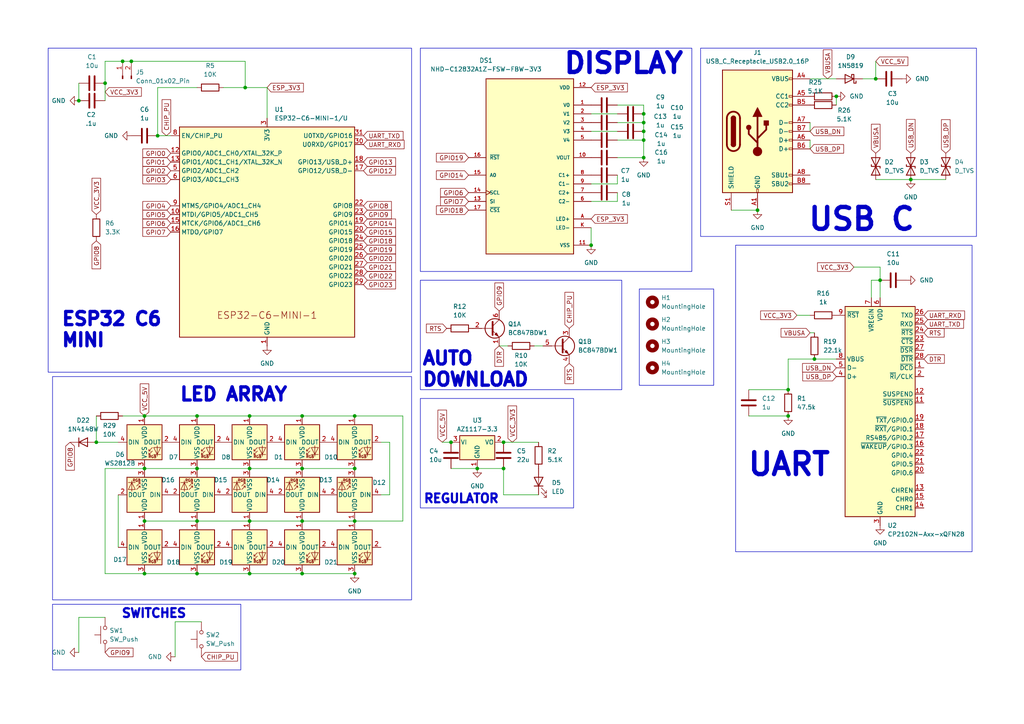
<source format=kicad_sch>
(kicad_sch (version 20250114) (generator "eeschema") (generator_version "9.0")
  (paper "A4")
  (title_block (title "heartToHeart") (date "2025-06-03") (rev "V1") (company "Alexander Roller"))
  (rectangle (start 15.24 109.22) (end 119.38 173.99))
  (rectangle (start 121.92 13.97) (end 200.66 78.74))
  (rectangle (start 15.24 175.26) (end 69.85 194.31))
  (rectangle (start 185.42 83.82) (end 207.01 111.76))
  (rectangle (start 121.92 81.28) (end 180.34 113.03))
  (rectangle (start 203.2 13.97) (end 283.21 68.58))
  (rectangle (start 13.97 13.97) (end 119.38 107.95))
  (rectangle (start 213.36 71.12) (end 281.94 160.02))
  (rectangle (start 121.92 115.57) (end 166.37 147.32))
  (text "LED ARRAY" (at 51.816 114.554 0) (effects (font (size 3.81 3.81) (thickness 1.27) (bold yes)) (justify left)))
  (text "ESP32 C6\nMINI\n" (at 17.526 95.758 0) (effects (font (size 3.81 3.81) (thickness 1.27) (bold yes)) (justify left)))
  (text "UART" (at 216.408 134.874 0) (effects (font (size 6.35 6.35) (thickness 1.27) (bold yes)) (justify left)))
  (text "REGULATOR" (at 122.682 144.78 0) (effects (font (size 2.54 2.54) (thickness 1.27) (bold yes)) (justify left)))
  (text "SWITCHES\n" (at 35.052 178.054 0) (effects (font (size 2.54 2.54) (thickness 1.27) (bold yes)) (justify left)))
  (text "DISPLAY\n" (at 163.068 18.542 0) (effects (font (size 5.715 5.715) (thickness 1.27) (bold yes)) (justify left)))
  (text "AUTO\nDOWNLOAD" (at 122.174 107.188 0) (effects (font (size 3.81 3.81) (thickness 1.27) (bold yes)) (justify left)))
  (text "USB C" (at 233.934 63.754 0) (effects (font (size 6.35 6.35) (thickness 1.27) (bold yes)) (justify left)))
  (junction (at 87.63 135.89))
  (junction (at 186.69 45.72))
  (junction (at 138.43 135.89))
  (junction (at 102.87 120.65))
  (junction (at 72.39 120.65))
  (junction (at 41.91 166.37))
  (junction (at 57.15 120.65))
  (junction (at 87.63 166.37))
  (junction (at 228.6 113.03))
  (junction (at 72.39 166.37))
  (junction (at 57.15 166.37))
  (junction (at 146.05 135.89))
  (junction (at 72.39 135.89))
  (junction (at 146.05 128.27))
  (junction (at 219.71 60.96))
  (junction (at 41.91 120.65))
  (junction (at 242.57 27.94))
  (junction (at 41.91 135.89))
  (junction (at 186.69 33.02))
  (junction (at 186.69 40.64))
  (junction (at 102.87 166.37))
  (junction (at 228.6 120.65))
  (junction (at 27.94 128.27))
  (junction (at 186.69 38.1))
  (junction (at 87.63 151.13))
  (junction (at 255.27 81.28))
  (junction (at 102.87 151.13))
  (junction (at 35.56 17.78))
  (junction (at 41.91 151.13))
  (junction (at 30.48 24.13))
  (junction (at 130.81 128.27))
  (junction (at 102.87 135.89))
  (junction (at 57.15 135.89))
  (junction (at 22.86 29.21))
  (junction (at 236.22 104.14))
  (junction (at 71.12 25.4))
  (junction (at 171.45 71.12))
  (junction (at 72.39 151.13))
  (junction (at 264.16 52.07))
  (junction (at 57.15 151.13))
  (junction (at 254 22.86))
  (junction (at 87.63 120.65))
  (junction (at 186.69 35.56))
  (junction (at 38.1 17.78))
  (junction (at 45.72 39.37))
  (wire (pts (xy 34.29 128.27) (xy 27.94 128.27)))
  (wire (pts (xy 146.05 128.27) (xy 156.21 128.27)))
  (wire (pts (xy 154.94 100.33) (xy 157.48 100.33)))
  (wire (pts (xy 146.05 143.51) (xy 146.05 135.89)))
  (wire (pts (xy 156.21 143.51) (xy 146.05 143.51)))
  (wire (pts (xy 171.45 58.42) (xy 179.07 58.42)))
  (wire (pts (xy 71.12 25.4) (xy 77.47 25.4)))
  (wire (pts (xy 234.95 40.64) (xy 234.95 43.18)))
  (wire (pts (xy 234.95 22.86) (xy 242.57 22.86)))
  (wire (pts (xy 102.87 120.65) (xy 116.84 120.65)))
  (wire (pts (xy 27.94 128.27) (xy 27.94 120.65)))
  (wire (pts (xy 255.27 77.47) (xy 255.27 81.28)))
  (wire (pts (xy 186.69 35.56) (xy 186.69 38.1)))
  (wire (pts (xy 116.84 151.13) (xy 102.87 151.13)))
  (wire (pts (xy 186.69 30.48) (xy 186.69 33.02)))
  (wire (pts (xy 116.84 120.65) (xy 116.84 151.13)))
  (wire (pts (xy 228.6 113.03) (xy 228.6 104.14)))
  (wire (pts (xy 50.8 180.34) (xy 58.42 180.34)))
  (wire (pts (xy 64.77 25.4) (xy 71.12 25.4)))
  (wire (pts (xy 57.15 151.13) (xy 72.39 151.13)))
  (wire (pts (xy 71.12 17.78) (xy 71.12 25.4)))
  (wire (pts (xy 234.95 96.52) (xy 236.22 96.52)))
  (wire (pts (xy 87.63 166.37) (xy 72.39 166.37)))
  (wire (pts (xy 77.47 25.4) (xy 77.47 34.29)))
  (wire (pts (xy 179.07 40.64) (xy 186.69 40.64)))
  (wire (pts (xy 234.95 35.56) (xy 234.95 38.1)))
  (wire (pts (xy 217.17 113.03) (xy 228.6 113.03)))
  (wire (pts (xy 144.78 100.33) (xy 147.32 100.33)))
  (wire (pts (xy 212.09 60.96) (xy 219.71 60.96)))
  (wire (pts (xy 72.39 120.65) (xy 87.63 120.65)))
  (wire (pts (xy 228.6 104.14) (xy 236.22 104.14)))
  (wire (pts (xy 41.91 135.89) (xy 57.15 135.89)))
  (wire (pts (xy 30.48 135.89) (xy 41.91 135.89)))
  (wire (pts (xy 179.07 35.56) (xy 186.69 35.56)))
  (wire (pts (xy 186.69 40.64) (xy 186.69 38.1)))
  (wire (pts (xy 254 22.86) (xy 254 17.78)))
  (wire (pts (xy 45.72 25.4) (xy 45.72 39.37)))
  (wire (pts (xy 35.56 17.78) (xy 30.48 17.78)))
  (wire (pts (xy 45.72 39.37) (xy 49.53 39.37)))
  (wire (pts (xy 179.07 53.34) (xy 179.07 50.8)))
  (wire (pts (xy 171.45 53.34) (xy 179.07 53.34)))
  (wire (pts (xy 87.63 135.89) (xy 102.87 135.89)))
  (wire (pts (xy 231.14 91.44) (xy 234.95 91.44)))
  (wire (pts (xy 252.73 81.28) (xy 255.27 81.28)))
  (wire (pts (xy 254 52.07) (xy 264.16 52.07)))
  (wire (pts (xy 35.56 120.65) (xy 41.91 120.65)))
  (wire (pts (xy 22.86 24.13) (xy 22.86 29.21)))
  (wire (pts (xy 87.63 151.13) (xy 102.87 151.13)))
  (wire (pts (xy 236.22 104.14) (xy 242.57 104.14)))
  (wire (pts (xy 34.29 143.51) (xy 34.29 158.75)))
  (wire (pts (xy 247.65 77.47) (xy 255.27 77.47)))
  (wire (pts (xy 128.27 128.27) (xy 130.81 128.27)))
  (wire (pts (xy 72.39 135.89) (xy 87.63 135.89)))
  (wire (pts (xy 179.07 30.48) (xy 186.69 30.48)))
  (wire (pts (xy 171.45 38.1) (xy 179.07 38.1)))
  (wire (pts (xy 186.69 45.72) (xy 186.69 40.64)))
  (wire (pts (xy 138.43 135.89) (xy 146.05 135.89)))
  (wire (pts (xy 57.15 135.89) (xy 72.39 135.89)))
  (wire (pts (xy 41.91 151.13) (xy 57.15 151.13)))
  (wire (pts (xy 57.15 120.65) (xy 72.39 120.65)))
  (wire (pts (xy 110.49 143.51) (xy 113.03 143.51)))
  (wire (pts (xy 30.48 166.37) (xy 30.48 135.89)))
  (wire (pts (xy 171.45 33.02) (xy 179.07 33.02)))
  (wire (pts (xy 242.57 27.94) (xy 242.57 30.48)))
  (wire (pts (xy 255.27 81.28) (xy 255.27 86.36)))
  (wire (pts (xy 57.15 25.4) (xy 45.72 25.4)))
  (wire (pts (xy 250.19 22.86) (xy 254 22.86)))
  (wire (pts (xy 22.86 179.07) (xy 30.48 179.07)))
  (wire (pts (xy 57.15 166.37) (xy 41.91 166.37)))
  (wire (pts (xy 171.45 66.04) (xy 171.45 71.12)))
  (wire (pts (xy 22.86 189.23) (xy 22.86 179.07)))
  (wire (pts (xy 113.03 143.51) (xy 113.03 128.27)))
  (wire (pts (xy 72.39 166.37) (xy 57.15 166.37)))
  (wire (pts (xy 30.48 17.78) (xy 30.48 24.13)))
  (wire (pts (xy 50.8 190.5) (xy 50.8 180.34)))
  (wire (pts (xy 30.48 24.13) (xy 30.48 29.21)))
  (wire (pts (xy 264.16 52.07) (xy 274.32 52.07)))
  (wire (pts (xy 179.07 58.42) (xy 179.07 55.88)))
  (wire (pts (xy 41.91 120.65) (xy 57.15 120.65)))
  (wire (pts (xy 130.81 135.89) (xy 138.43 135.89)))
  (wire (pts (xy 38.1 17.78) (xy 71.12 17.78)))
  (wire (pts (xy 113.03 128.27) (xy 110.49 128.27)))
  (wire (pts (xy 41.91 166.37) (xy 30.48 166.37)))
  (wire (pts (xy 179.07 45.72) (xy 186.69 45.72)))
  (wire (pts (xy 217.17 120.65) (xy 228.6 120.65)))
  (wire (pts (xy 186.69 33.02) (xy 186.69 35.56)))
  (wire (pts (xy 72.39 151.13) (xy 87.63 151.13)))
  (wire (pts (xy 87.63 120.65) (xy 102.87 120.65)))
  (wire (pts (xy 102.87 166.37) (xy 87.63 166.37)))
  (wire (pts (xy 35.56 17.78) (xy 38.1 17.78)))
  (wire (pts (xy 252.73 86.36) (xy 252.73 81.28)))
  (global_label "GPIO21" (shape input) (at 105.41 77.47 0) (property "Intersheetrefs" "${INTERSHEET_REFS}" (effects (hide yes))))
  (global_label "GPIO13" (shape input) (at 105.41 46.99 0) (property "Intersheetrefs" "${INTERSHEET_REFS}" (effects (hide yes))))
  (global_label "UART_TXD" (shape input) (at 105.41 39.37 0) (property "Intersheetrefs" "${INTERSHEET_REFS}" (effects (hide yes))))
  (global_label "GPIO9" (shape input) (at 105.41 62.23 0) (property "Intersheetrefs" "${INTERSHEET_REFS}" (effects (hide yes))))
  (global_label "VBUSA" (shape input) (at 234.95 96.52 180) (property "Intersheetrefs" "${INTERSHEET_REFS}" (effects (hide yes))))
  (global_label "GPIO18" (shape input) (at 105.41 69.85 0) (property "Intersheetrefs" "${INTERSHEET_REFS}" (effects (hide yes))))
  (global_label "GPIO3" (shape input) (at 49.53 52.07 180) (property "Intersheetrefs" "${INTERSHEET_REFS}" (effects (hide yes))))
  (global_label "GPIO22" (shape input) (at 105.41 80.01 0) (property "Intersheetrefs" "${INTERSHEET_REFS}" (effects (hide yes))))
  (global_label "ESP_3V3" (shape input) (at 171.45 25.4 0) (property "Intersheetrefs" "${INTERSHEET_REFS}" (effects (hide yes))))
  (global_label "DTR" (shape input) (at 144.78 100.33 270) (property "Intersheetrefs" "${INTERSHEET_REFS}" (effects (hide yes))))
  (global_label "GPIO20" (shape input) (at 105.41 74.93 0) (property "Intersheetrefs" "${INTERSHEET_REFS}" (effects (hide yes))))
  (global_label "VCC_3V3" (shape input) (at 247.65 77.47 180) (property "Intersheetrefs" "${INTERSHEET_REFS}" (effects (hide yes))))
  (global_label "USB_DP" (shape input) (at 234.95 43.18 0) (property "Intersheetrefs" "${INTERSHEET_REFS}" (effects (hide yes))))
  (global_label "GPIO19" (shape input) (at 135.89 45.72 180) (property "Intersheetrefs" "${INTERSHEET_REFS}" (effects (hide yes))))
  (global_label "GPIO6" (shape input) (at 135.89 55.88 180) (property "Intersheetrefs" "${INTERSHEET_REFS}" (effects (hide yes))))
  (global_label "VCC_3V3" (shape input) (at 30.48 26.67 0) (property "Intersheetrefs" "${INTERSHEET_REFS}" (effects (hide yes))))
  (global_label "GPIO14" (shape input) (at 105.41 64.77 0) (property "Intersheetrefs" "${INTERSHEET_REFS}" (effects (hide yes))))
  (global_label "USB_DN" (shape input) (at 234.95 38.1 0) (property "Intersheetrefs" "${INTERSHEET_REFS}" (effects (hide yes))))
  (global_label "GPIO19" (shape input) (at 105.41 72.39 0) (property "Intersheetrefs" "${INTERSHEET_REFS}" (effects (hide yes))))
  (global_label "GPIO12" (shape input) (at 105.41 49.53 0) (property "Intersheetrefs" "${INTERSHEET_REFS}" (effects (hide yes))))
  (global_label "CHIP_PU" (shape input) (at 58.42 190.5 0) (property "Intersheetrefs" "${INTERSHEET_REFS}" (effects (hide yes))))
  (global_label "USB_DP" (shape input) (at 274.32 44.45 90) (property "Intersheetrefs" "${INTERSHEET_REFS}" (effects (hide yes))))
  (global_label "CHIP_PU" (shape input) (at 48.26 39.37 90) (property "Intersheetrefs" "${INTERSHEET_REFS}" (effects (hide yes))))
  (global_label "GPIO4" (shape input) (at 49.53 59.69 180) (property "Intersheetrefs" "${INTERSHEET_REFS}" (effects (hide yes))))
  (global_label "VBUSA" (shape input) (at 254 44.45 90) (property "Intersheetrefs" "${INTERSHEET_REFS}" (effects (hide yes))))
  (global_label "ESP_3V3" (shape input) (at 171.45 63.5 0) (property "Intersheetrefs" "${INTERSHEET_REFS}" (effects (hide yes))))
  (global_label "GPIO8" (shape input) (at 20.32 128.27 270) (property "Intersheetrefs" "${INTERSHEET_REFS}" (effects (hide yes))))
  (global_label "CHIP_PU" (shape input) (at 165.1 95.25 90) (property "Intersheetrefs" "${INTERSHEET_REFS}" (effects (hide yes))))
  (global_label "VCC_3V3" (shape input) (at 27.94 62.23 90) (property "Intersheetrefs" "${INTERSHEET_REFS}" (effects (hide yes))))
  (global_label "GPIO5" (shape input) (at 49.53 62.23 180) (property "Intersheetrefs" "${INTERSHEET_REFS}" (effects (hide yes))))
  (global_label "GPIO14" (shape input) (at 135.89 50.8 180) (property "Intersheetrefs" "${INTERSHEET_REFS}" (effects (hide yes))))
  (global_label "RTS" (shape input) (at 267.97 96.52 0) (property "Intersheetrefs" "${INTERSHEET_REFS}" (effects (hide yes))))
  (global_label "GPIO23" (shape input) (at 105.41 82.55 0) (property "Intersheetrefs" "${INTERSHEET_REFS}" (effects (hide yes))))
  (global_label "GPIO7" (shape input) (at 49.53 67.31 180) (property "Intersheetrefs" "${INTERSHEET_REFS}" (effects (hide yes))))
  (global_label "UART_TXD" (shape input) (at 267.97 93.98 0) (property "Intersheetrefs" "${INTERSHEET_REFS}" (effects (hide yes))))
  (global_label "RTS" (shape input) (at 129.54 95.25 180) (property "Intersheetrefs" "${INTERSHEET_REFS}" (effects (hide yes))))
  (global_label "GPIO2" (shape input) (at 49.53 49.53 180) (property "Intersheetrefs" "${INTERSHEET_REFS}" (effects (hide yes))))
  (global_label "DTR" (shape input) (at 267.97 104.14 0) (property "Intersheetrefs" "${INTERSHEET_REFS}" (effects (hide yes))))
  (global_label "GPIO7" (shape input) (at 135.89 58.42 180) (property "Intersheetrefs" "${INTERSHEET_REFS}" (effects (hide yes))))
  (global_label "VCC_3V3" (shape input) (at 231.14 91.44 180) (property "Intersheetrefs" "${INTERSHEET_REFS}" (effects (hide yes))))
  (global_label "GPIO18" (shape input) (at 135.89 60.96 180) (property "Intersheetrefs" "${INTERSHEET_REFS}" (effects (hide yes))))
  (global_label "GPIO9" (shape input) (at 144.78 90.17 90) (property "Intersheetrefs" "${INTERSHEET_REFS}" (effects (hide yes))))
  (global_label "GPIO1" (shape input) (at 49.53 46.99 180) (property "Intersheetrefs" "${INTERSHEET_REFS}" (effects (hide yes))))
  (global_label "UART_RXD" (shape input) (at 267.97 91.44 0) (property "Intersheetrefs" "${INTERSHEET_REFS}" (effects (hide yes))))
  (global_label "VCC_5V" (shape input) (at 128.27 128.27 90) (property "Intersheetrefs" "${INTERSHEET_REFS}" (effects (hide yes))))
  (global_label "GPIO8" (shape input) (at 105.41 59.69 0) (property "Intersheetrefs" "${INTERSHEET_REFS}" (effects (hide yes))))
  (global_label "ESP_3V3" (shape input) (at 77.47 25.4 0) (property "Intersheetrefs" "${INTERSHEET_REFS}" (effects (hide yes))))
  (global_label "VCC_3V3" (shape input) (at 148.59 128.27 90) (property "Intersheetrefs" "${INTERSHEET_REFS}" (effects (hide yes))))
  (global_label "RTS" (shape input) (at 165.1 105.41 270) (property "Intersheetrefs" "${INTERSHEET_REFS}" (effects (hide yes))))
  (global_label "VBUSA" (shape input) (at 240.03 22.86 90) (property "Intersheetrefs" "${INTERSHEET_REFS}" (effects (hide yes))))
  (global_label "GPIO8" (shape input) (at 27.94 69.85 270) (property "Intersheetrefs" "${INTERSHEET_REFS}" (effects (hide yes))))
  (global_label "VCC_5V" (shape input) (at 41.91 120.65 90) (property "Intersheetrefs" "${INTERSHEET_REFS}" (effects (hide yes))))
  (global_label "USB_DP" (shape input) (at 242.57 109.22 180) (property "Intersheetrefs" "${INTERSHEET_REFS}" (effects (hide yes))))
  (global_label "GPIO0" (shape input) (at 49.53 44.45 180) (property "Intersheetrefs" "${INTERSHEET_REFS}" (effects (hide yes))))
  (global_label "GPIO9" (shape input) (at 30.48 189.23 0) (property "Intersheetrefs" "${INTERSHEET_REFS}" (effects (hide yes))))
  (global_label "GPIO6" (shape input) (at 49.53 64.77 180) (property "Intersheetrefs" "${INTERSHEET_REFS}" (effects (hide yes))))
  (global_label "VCC_5V" (shape input) (at 254 17.78 0) (property "Intersheetrefs" "${INTERSHEET_REFS}" (effects (hide yes))))
  (global_label "UART_RXD" (shape input) (at 105.41 41.91 0) (property "Intersheetrefs" "${INTERSHEET_REFS}" (effects (hide yes))))
  (global_label "USB_DN" (shape input) (at 242.57 106.68 180) (property "Intersheetrefs" "${INTERSHEET_REFS}" (effects (hide yes))))
  (global_label "GPIO15" (shape input) (at 105.41 67.31 0) (property "Intersheetrefs" "${INTERSHEET_REFS}" (effects (hide yes))))
  (global_label "USB_DN" (shape input) (at 264.16 44.45 90) (property "Intersheetrefs" "${INTERSHEET_REFS}" (effects (hide yes))))
  (symbol (lib_id "LED:WS2812B") (at 57.15 143.51 180) (unit 1)
    (property "Reference" "D15" (at 64.008 139.192 0))
    (property "Value" "WS2812B" (effects (hide yes)))
    (property "Footprint" "LED_SMD:LED_WS2812B_PLCC4_5.0x5.0mm_P3.2mm" (effects (hide yes)))
    (property "Datasheet" "https://cdn-shop.adafruit.com/datasheets/WS2812B.pdf" (effects (hide yes)))
    (property "Description" "RGB LED with integrated controller" (effects (hide yes)))
  )
  (symbol (lib_id "power:GND") (at 50.8 190.5 270) (unit 1)
    (property "Reference" "#PWR011" (effects (hide yes)))
    (property "Value" "GND" (at 46.99 190.4999 90) (effects (justify right)))
    (property "Description" "Power symbol creates a global label with name \"GND\" , ground" (effects (hide yes)))
  )
  (symbol (lib_id "LED:WS2812B") (at 102.87 158.75 0) (unit 1)
    (property "Reference" "D21" (at 96.012 163.068 0))
    (property "Value" "WS2812B" (effects (hide yes)))
    (property "Footprint" "LED_SMD:LED_WS2812B_PLCC4_5.0x5.0mm_P3.2mm" (effects (hide yes)))
    (property "Datasheet" "https://cdn-shop.adafruit.com/datasheets/WS2812B.pdf" (effects (hide yes)))
    (property "Description" "RGB LED with integrated controller" (effects (hide yes)))
  )
  (symbol (lib_id "power:GND") (at 102.87 166.37 0) (unit 1)
    (property "Reference" "#PWR04" (effects (hide yes)))
    (property "Value" "GND" (at 102.87 171.45 0))
    (property "Description" "Power symbol creates a global label with name \"GND\" , ground" (effects (hide yes)))
  )
  (symbol (lib_id "Diode:1N5819") (at 246.38 22.86 180) (unit 1)
    (property "Reference" "D9" (at 246.6975 16.51 0))
    (property "Value" "1N5819" (at 246.6975 19.05 0))
    (property "Footprint" "Diode_SMD:D_SOD-123" (effects (hide yes)))
    (property "Datasheet" "http://www.vishay.com/docs/88525/1n5817.pdf" (effects (hide yes)))
    (property "Description" "40V 1A Schottky Barrier Rectifier Diode, DO-41" (effects (hide yes)))
  )
  (symbol (lib_id "Device:D_TVS") (at 264.16 48.26 90) (unit 1)
    (property "Reference" "D3" (at 266.7 46.9899 90) (effects (justify right)))
    (property "Value" "D_TVS" (at 266.7 49.5299 90) (effects (justify right)))
    (property "Footprint" "Diode_SMD:D_SOD-523" (effects (hide yes)))
    (property "Description" "Bidirectional transient-voltage-suppression diode" (effects (hide yes)))
  )
  (symbol (lib_id "power:GND") (at 261.62 22.86 90) (unit 1)
    (property "Reference" "#PWR06" (effects (hide yes)))
    (property "Value" "GND" (at 265.43 22.8599 90) (effects (justify right)))
    (property "Description" "Power symbol creates a global label with name \"GND\" , ground" (effects (hide yes)))
  )
  (symbol (lib_id "Device:D_TVS") (at 274.32 48.26 90) (unit 1)
    (property "Reference" "D4" (at 276.86 46.9899 90) (effects (justify right)))
    (property "Value" "D_TVS" (at 276.86 49.5299 90) (effects (justify right)))
    (property "Footprint" "Diode_SMD:D_SOD-523" (effects (hide yes)))
    (property "Description" "Bidirectional transient-voltage-suppression diode" (effects (hide yes)))
  )
  (symbol (lib_id "Mechanical:MountingHole") (at 189.23 93.98 0) (unit 1) (in_bom no)
    (property "Reference" "H2" (at 191.77 92.7099 0) (effects (justify left)))
    (property "Value" "MountingHole" (at 191.77 95.2499 0) (effects (justify left)))
    (property "Footprint" "MountingHole:MountingHole_2.5mm" (effects (hide yes)))
    (property "Description" "Mounting Hole without connection" (effects (hide yes)))
  )
  (symbol (lib_id "LED:WS2812B") (at 41.91 143.51 180) (unit 1)
    (property "Reference" "D16" (at 48.768 139.192 0))
    (property "Value" "WS2812B" (effects (hide yes)))
    (property "Footprint" "LED_SMD:LED_WS2812B_PLCC4_5.0x5.0mm_P3.2mm" (effects (hide yes)))
    (property "Datasheet" "https://cdn-shop.adafruit.com/datasheets/WS2812B.pdf" (effects (hide yes)))
    (property "Description" "RGB LED with integrated controller" (effects (hide yes)))
  )
  (symbol (lib_id "Device:C") (at 217.17 116.84 180) (unit 1)
    (property "Reference" "C12" (at 220.98 115.5699 0) (effects (justify right)))
    (property "Value" "1u" (at 220.98 118.1099 0) (effects (justify right)))
    (property "Footprint" "Capacitor_SMD:C_0805_2012Metric_Pad1.18x1.45mm_HandSolder" (effects (hide yes)))
    (property "Description" "Unpolarized capacitor" (effects (hide yes)))
  )
  (symbol (lib_id "Device:R") (at 236.22 100.33 0) (unit 1)
    (property "Reference" "R19" (at 238.76 99.0599 0) (effects (justify left)))
    (property "Value" "22.1k" (at 238.76 101.5999 0) (effects (justify left)))
    (property "Footprint" "Resistor_SMD:R_0805_2012Metric_Pad1.20x1.40mm_HandSolder" (effects (hide yes)))
    (property "Description" "Resistor" (effects (hide yes)))
  )
  (symbol (lib_id "Device:C") (at 182.88 38.1 90) (unit 1)
    (property "Reference" "C15" (at 196.342 36.83 90))
    (property "Value" "1u" (at 196.342 39.37 90))
    (property "Footprint" "Capacitor_SMD:C_0805_2012Metric_Pad1.18x1.45mm_HandSolder" (effects (hide yes)))
    (property "Description" "Unpolarized capacitor" (effects (hide yes)))
  )
  (symbol (lib_id "power:GND") (at 171.45 71.12 0) (unit 1)
    (property "Reference" "#PWR016" (effects (hide yes)))
    (property "Value" "GND" (at 171.45 76.2 0))
    (property "Description" "Power symbol creates a global label with name \"GND\" , ground" (effects (hide yes)))
  )
  (symbol (lib_id "power:GND") (at 264.16 52.07 0) (unit 1)
    (property "Reference" "#PWR08" (effects (hide yes)))
    (property "Value" "GND" (at 264.16 57.15 0))
    (property "Description" "Power symbol creates a global label with name \"GND\" , ground" (effects (hide yes)))
  )
  (symbol (lib_id "NHD-C12832A1Z-FSW-FBW-3V3:NHD-C12832A1Z-FSW-FBW-3V3") (at 153.67 48.26 0) (unit 1)
    (property "Reference" "DS1" (at 140.97 17.526 0))
    (property "Value" "NHD-C12832A1Z-FSW-FBW-3V3" (at 140.97 20.066 0))
    (property "Footprint" "Display:NHD-C12832A1Z-FSRGB" (effects (hide yes)))
    (property "DigiKey_Part_Number" "NHD-C12832A1Z-FSW-FBW-3V3-ND" (effects (hide yes)))
    (property "SnapEDA_Link" "https://www.snapeda.com/parts/NHD-C12832A1Z-FSW-FBW-3V3/Newhaven+Display/view-part/?ref=snap" (effects (hide yes)))
    (property "MAXIMUM_PACKAGE_HEIGHT" "4.3 mm" (effects (hide yes)))
    (property "Package" "None" (effects (hide yes)))
    (property "Check_prices" "https://www.snapeda.com/parts/NHD-C12832A1Z-FSW-FBW-3V3/Newhaven+Display/view-part/?ref=eda" (effects (hide yes)))
    (property "STANDARD" "Manufacturer Recommendations" (effects (hide yes)))
    (property "PARTREV" "7" (effects (hide yes)))
    (property "MF" "Newhaven" (effects (hide yes)))
    (property "MP" "NHD-C12832A1Z-FSW-FBW-3V3" (effects (hide yes)))
    (property "Description_1" "Chip on Glass- Graphic;128x32 Pixels;41.4x24.3x4;FSTN (+);Transflect;4-Bit / SPI | Newhaven Display International NHD-C12832A1Z-FSW-FBW-3V3" (effects (hide yes)))
    (property "MANUFACTURER" "Newhaven" (effects (hide yes)))
  )
  (symbol (lib_id "Device:C") (at 175.26 30.48 90) (unit 1)
    (property "Reference" "C9" (at 191.516 28.194 90))
    (property "Value" "1u" (at 191.516 30.734 90))
    (property "Footprint" "Capacitor_SMD:C_0805_2012Metric_Pad1.18x1.45mm_HandSolder" (effects (hide yes)))
    (property "Description" "Unpolarized capacitor" (effects (hide yes)))
  )
  (symbol (lib_id "Mechanical:MountingHole") (at 189.23 106.68 0) (unit 1) (in_bom no)
    (property "Reference" "H4" (at 191.77 105.4099 0) (effects (justify left)))
    (property "Value" "MountingHole" (at 191.77 107.9499 0) (effects (justify left)))
    (property "Footprint" "MountingHole:MountingHole_2.5mm" (effects (hide yes)))
    (property "Description" "Mounting Hole without connection" (effects (hide yes)))
  )
  (symbol (lib_id "Device:R") (at 238.76 30.48 270) (unit 1)
    (property "Reference" "R26" (at 244.856 32.004 90))
    (property "Value" "5.1K" (at 244.856 34.544 90))
    (property "Footprint" "Resistor_SMD:R_0805_2012Metric_Pad1.20x1.40mm_HandSolder" (effects (hide yes)))
    (property "Description" "Resistor" (effects (hide yes)))
  )
  (symbol (lib_id "LED:WS2812B") (at 57.15 158.75 0) (unit 1)
    (property "Reference" "D18" (at 50.292 163.068 0))
    (property "Value" "WS2812B" (effects (hide yes)))
    (property "Footprint" "LED_SMD:LED_WS2812B_PLCC4_5.0x5.0mm_P3.2mm" (effects (hide yes)))
    (property "Datasheet" "https://cdn-shop.adafruit.com/datasheets/WS2812B.pdf" (effects (hide yes)))
    (property "Description" "RGB LED with integrated controller" (effects (hide yes)))
  )
  (symbol (lib_id "Device:C") (at 175.26 50.8 90) (unit 1)
    (property "Reference" "C7" (at 181.356 49.53 90))
    (property "Value" "1u" (at 181.356 52.07 90))
    (property "Footprint" "Capacitor_SMD:C_0805_2012Metric_Pad1.18x1.45mm_HandSolder" (effects (hide yes)))
    (property "Description" "Unpolarized capacitor" (effects (hide yes)))
  )
  (symbol (lib_id "Mechanical:MountingHole") (at 189.23 100.33 0) (unit 1) (in_bom no)
    (property "Reference" "H3" (at 191.77 99.0599 0) (effects (justify left)))
    (property "Value" "MountingHole" (at 191.77 101.5999 0) (effects (justify left)))
    (property "Footprint" "MountingHole:MountingHole_2.5mm" (effects (hide yes)))
    (property "Description" "Mounting Hole without connection" (effects (hide yes)))
  )
  (symbol (lib_id "power:GND") (at 77.47 100.33 0) (unit 1)
    (property "Reference" "#PWR014" (effects (hide yes)))
    (property "Value" "GND" (at 77.47 105.41 0))
    (property "Description" "Power symbol creates a global label with name \"GND\" , ground" (effects (hide yes)))
  )
  (symbol (lib_id "LED:WS2812B") (at 72.39 158.75 0) (unit 1)
    (property "Reference" "D19" (at 65.532 163.068 0))
    (property "Value" "WS2812B" (effects (hide yes)))
    (property "Footprint" "LED_SMD:LED_WS2812B_PLCC4_5.0x5.0mm_P3.2mm" (effects (hide yes)))
    (property "Datasheet" "https://cdn-shop.adafruit.com/datasheets/WS2812B.pdf" (effects (hide yes)))
    (property "Description" "RGB LED with integrated controller" (effects (hide yes)))
  )
  (symbol (lib_id "LED:WS2812B") (at 72.39 143.51 180) (unit 1)
    (property "Reference" "D14" (at 79.248 139.192 0))
    (property "Value" "WS2812B" (effects (hide yes)))
    (property "Footprint" "LED_SMD:LED_WS2812B_PLCC4_5.0x5.0mm_P3.2mm" (effects (hide yes)))
    (property "Datasheet" "https://cdn-shop.adafruit.com/datasheets/WS2812B.pdf" (effects (hide yes)))
    (property "Description" "RGB LED with integrated controller" (effects (hide yes)))
  )
  (symbol (lib_id "Device:C") (at 146.05 132.08 0) (unit 1)
    (property "Reference" "C5" (at 149.86 130.8099 0) (effects (justify left)))
    (property "Value" "22u" (at 149.86 133.3499 0) (effects (justify left)))
    (property "Footprint" "Capacitor_SMD:C_0805_2012Metric_Pad1.18x1.45mm_HandSolder" (effects (hide yes)))
    (property "Description" "Unpolarized capacitor" (effects (hide yes)))
  )
  (symbol (lib_id "power:GND") (at 138.43 135.89 0) (unit 1)
    (property "Reference" "#PWR015" (effects (hide yes)))
    (property "Value" "GND" (at 138.43 140.97 0))
    (property "Description" "Power symbol creates a global label with name \"GND\" , ground" (effects (hide yes)))
  )
  (symbol (lib_id "Device:C") (at 175.26 45.72 90) (unit 1)
    (property "Reference" "C16" (at 191.77 44.196 90))
    (property "Value" "1u" (at 191.77 46.736 90))
    (property "Footprint" "Capacitor_SMD:C_0805_2012Metric_Pad1.18x1.45mm_HandSolder" (effects (hide yes)))
    (property "Description" "Unpolarized capacitor" (effects (hide yes)))
  )
  (symbol (lib_id "Device:R") (at 133.35 95.25 90) (unit 1)
    (property "Reference" "R12" (at 133.35 88.9 90))
    (property "Value" "10K" (at 133.35 91.44 90))
    (property "Footprint" "Resistor_SMD:R_0805_2012Metric_Pad1.20x1.40mm_HandSolder" (effects (hide yes)))
    (property "Description" "Resistor" (effects (hide yes)))
  )
  (symbol (lib_id "Transistor_BJT:BC847BDW1") (at 162.56 100.33 0) (unit 2)
    (property "Reference" "Q1" (at 167.64 99.0599 0) (effects (justify left)))
    (property "Value" "BC847BDW1" (at 167.64 101.5999 0) (effects (justify left)))
    (property "Footprint" "Package_TO_SOT_SMD:SOT-363_SC-70-6_Handsoldering" (effects (hide yes)))
    (property "Datasheet" "http://www.onsemi.com/pub_link/Collateral/BC846BDW1T1-D.PDF" (effects (hide yes)))
    (property "Description" "100mA IC, 45V Vce, Dual NPN/NPN Transistors, SOT-363" (effects (hide yes)))
  )
  (symbol (lib_id "Device:C") (at 182.88 33.02 90) (unit 1)
    (property "Reference" "C10" (at 196.342 31.242 90))
    (property "Value" "1u" (at 196.342 33.782 90))
    (property "Footprint" "Capacitor_SMD:C_0805_2012Metric_Pad1.18x1.45mm_HandSolder" (effects (hide yes)))
    (property "Description" "Unpolarized capacitor" (effects (hide yes)))
  )
  (symbol (lib_id "Device:LED") (at 156.21 139.7 90) (unit 1)
    (property "Reference" "D5" (at 160.02 140.0174 90) (effects (justify right)))
    (property "Value" "LED" (at 160.02 142.5574 90) (effects (justify right)))
    (property "Footprint" "LED_SMD:LED_0805_2012Metric_Pad1.15x1.40mm_HandSolder" (effects (hide yes)))
    (property "Description" "Light emitting diode" (effects (hide yes)))
    (property "Sim.Pins" "1=K 2=A" (effects (hide yes)))
  )
  (symbol (lib_id "power:GND") (at 242.57 27.94 90) (unit 1)
    (property "Reference" "#PWR07" (effects (hide yes)))
    (property "Value" "GND" (at 246.38 27.9399 90) (effects (justify right)))
    (property "Description" "Power symbol creates a global label with name \"GND\" , ground" (effects (hide yes)))
  )
  (symbol (lib_id "LED:WS2812B") (at 102.87 143.51 180) (unit 1)
    (property "Reference" "D12" (at 109.982 139.954 0))
    (property "Value" "WS2812B" (effects (hide yes)))
    (property "Footprint" "LED_SMD:LED_WS2812B_PLCC4_5.0x5.0mm_P3.2mm" (effects (hide yes)))
    (property "Datasheet" "https://cdn-shop.adafruit.com/datasheets/WS2812B.pdf" (effects (hide yes)))
    (property "Description" "RGB LED with integrated controller" (effects (hide yes)))
  )
  (symbol (lib_id "Device:R") (at 238.76 91.44 90) (unit 1)
    (property "Reference" "R16" (at 238.76 85.09 90))
    (property "Value" "1k" (at 238.76 87.63 90))
    (property "Footprint" "Resistor_SMD:R_0805_2012Metric_Pad1.20x1.40mm_HandSolder" (effects (hide yes)))
    (property "Description" "Resistor" (effects (hide yes)))
  )
  (symbol (lib_id "Device:C") (at 26.67 29.21 90) (unit 1)
    (property "Reference" "C2" (at 26.416 33.274 90))
    (property "Value" ".1u" (at 26.416 35.814 90))
    (property "Footprint" "Capacitor_SMD:C_0805_2012Metric_Pad1.18x1.45mm_HandSolder" (effects (hide yes)))
    (property "Description" "Unpolarized capacitor" (effects (hide yes)))
  )
  (symbol (lib_id "LED:WS2812B") (at 87.63 143.51 180) (unit 1)
    (property "Reference" "D13" (at 94.488 139.192 0))
    (property "Value" "WS2812B" (effects (hide yes)))
    (property "Footprint" "LED_SMD:LED_WS2812B_PLCC4_5.0x5.0mm_P3.2mm" (effects (hide yes)))
    (property "Datasheet" "https://cdn-shop.adafruit.com/datasheets/WS2812B.pdf" (effects (hide yes)))
    (property "Description" "RGB LED with integrated controller" (effects (hide yes)))
  )
  (symbol (lib_id "Diode:1N4148W") (at 24.13 128.27 0) (unit 1)
    (property "Reference" "D22" (at 24.13 121.92 0))
    (property "Value" "1N4148W" (at 24.13 124.46 0))
    (property "Footprint" "Diode_SMD:D_SOD-123" (effects (hide yes)))
    (property "Datasheet" "https://www.vishay.com/docs/85748/1n4148w.pdf" (effects (hide yes)))
    (property "Description" "75V 0.15A Fast Switching Diode, SOD-123" (effects (hide yes)))
    (property "Sim.Device" "D" (effects (hide yes)))
    (property "Sim.Pins" "1=K 2=A" (effects (hide yes)))
  )
  (symbol (lib_id "power:GND") (at 255.27 152.4 0) (unit 1)
    (property "Reference" "#PWR01" (effects (hide yes)))
    (property "Value" "GND" (at 255.27 157.48 0))
    (property "Description" "Power symbol creates a global label with name \"GND\" , ground" (effects (hide yes)))
  )
  (symbol (lib_id "Device:R") (at 238.76 27.94 270) (unit 1)
    (property "Reference" "R25" (at 236.474 23.876 90))
    (property "Value" "5.1K" (at 236.474 26.416 90))
    (property "Footprint" "Resistor_SMD:R_0805_2012Metric_Pad1.20x1.40mm_HandSolder" (effects (hide yes)))
    (property "Description" "Resistor" (effects (hide yes)))
  )
  (symbol (lib_id "LED:WS2812B") (at 41.91 128.27 0) (unit 1)
    (property "Reference" "D6" (at 34.798 131.826 0))
    (property "Value" "WS2812B" (at 34.798 134.366 0))
    (property "Footprint" "LED_SMD:LED_WS2812B_PLCC4_5.0x5.0mm_P3.2mm" (effects (hide yes)))
    (property "Datasheet" "https://cdn-shop.adafruit.com/datasheets/WS2812B.pdf" (effects (hide yes)))
    (property "Description" "RGB LED with integrated controller" (effects (hide yes)))
  )
  (symbol (lib_id "Device:C") (at 41.91 39.37 90) (unit 1)
    (property "Reference" "C6" (at 41.91 31.75 90))
    (property "Value" "1u" (at 41.91 34.29 90))
    (property "Footprint" "Capacitor_SMD:C_0805_2012Metric_Pad1.18x1.45mm_HandSolder" (effects (hide yes)))
    (property "Description" "Unpolarized capacitor" (effects (hide yes)))
  )
  (symbol (lib_id "power:GND") (at 22.86 29.21 270) (unit 1)
    (property "Reference" "#PWR013" (effects (hide yes)))
    (property "Value" "GND" (at 19.05 29.2099 90) (effects (justify right)))
    (property "Description" "Power symbol creates a global label with name \"GND\" , ground" (effects (hide yes)))
  )
  (symbol (lib_id "Connector:USB_C_Receptacle_USB2.0_16P") (at 219.71 38.1 0) (unit 1)
    (property "Reference" "J1" (at 219.71 15.24 0))
    (property "Value" "USB_C_Receptacle_USB2.0_16P" (at 219.71 17.78 0))
    (property "Footprint" "Connector_USB:USB_C_Receptacle_GCT_USB4105-xx-A_16P_TopMnt_Horizontal" (effects (hide yes)))
    (property "Datasheet" "https://www.usb.org/sites/default/files/documents/usb_type-c.zip" (effects (hide yes)))
    (property "Description" "USB 2.0-only 16P Type-C Receptacle connector" (effects (hide yes)))
  )
  (symbol (lib_id "power:GND") (at 262.89 81.28 90) (unit 1)
    (property "Reference" "#PWR02" (effects (hide yes)))
    (property "Value" "GND" (at 266.7 81.2799 90) (effects (justify right)))
    (property "Description" "Power symbol creates a global label with name \"GND\" , ground" (effects (hide yes)))
  )
  (symbol (lib_id "Device:R") (at 31.75 120.65 270) (unit 1)
    (property "Reference" "R29" (at 31.75 123.444 90))
    (property "Value" "10K" (at 31.75 125.984 90))
    (property "Footprint" "Resistor_SMD:R_0805_2012Metric_Pad1.20x1.40mm_HandSolder" (effects (hide yes)))
    (property "Description" "Resistor" (effects (hide yes)))
  )
  (symbol (lib_id "power:GND") (at 186.69 45.72 0) (unit 1)
    (property "Reference" "#PWR017" (effects (hide yes)))
    (property "Value" "GND" (at 186.69 50.8 0))
    (property "Description" "Power symbol creates a global label with name \"GND\" , ground" (effects (hide yes)))
  )
  (symbol (lib_id "Interface_USB:CP2102N-Axx-xQFN28") (at 255.27 119.38 0) (unit 1)
    (property "Reference" "U2" (at 257.4133 152.4 0) (effects (justify left)))
    (property "Value" "CP2102N-Axx-xQFN28" (at 257.4133 154.94 0) (effects (justify left)))
    (property "Footprint" "Package_DFN_QFN:QFN-28-1EP_5x5mm_P0.5mm_EP3.25x3.25mm" (effects (hide yes)))
    (property "Datasheet" "https://www.silabs.com/documents/public/data-sheets/cp2102n-datasheet.pdf" (effects (hide yes)))
    (property "Description" "USB to UART master bridge, QFN-28" (effects (hide yes)))
  )
  (symbol (lib_id "power:GND") (at 38.1 39.37 270) (unit 1)
    (property "Reference" "#PWR012" (effects (hide yes)))
    (property "Value" "GND" (at 34.29 39.3699 90) (effects (justify right)))
    (property "Description" "Power symbol creates a global label with name \"GND\" , ground" (effects (hide yes)))
  )
  (symbol (lib_id "Device:C") (at 259.08 81.28 90) (unit 1)
    (property "Reference" "C11" (at 259.08 73.66 90))
    (property "Value" "10u" (at 259.08 76.2 90))
    (property "Footprint" "Capacitor_SMD:C_0805_2012Metric_Pad1.18x1.45mm_HandSolder" (effects (hide yes)))
    (property "Description" "Unpolarized capacitor" (effects (hide yes)))
  )
  (symbol (lib_id "Mechanical:MountingHole") (at 189.23 87.63 0) (unit 1) (in_bom no)
    (property "Reference" "H1" (at 191.77 86.3599 0) (effects (justify left)))
    (property "Value" "MountingHole" (at 191.77 88.8999 0) (effects (justify left)))
    (property "Footprint" "MountingHole:MountingHole_2.5mm" (effects (hide yes)))
    (property "Description" "Mounting Hole without connection" (effects (hide yes)))
  )
  (symbol (lib_id "Device:R") (at 27.94 66.04 0) (unit 1)
    (property "Reference" "R6" (at 30.48 64.7699 0) (effects (justify left)))
    (property "Value" "3.3K" (at 30.48 67.3099 0) (effects (justify left)))
    (property "Footprint" "Resistor_SMD:R_0805_2012Metric_Pad1.20x1.40mm_HandSolder" (effects (hide yes)))
    (property "Description" "Resistor" (effects (hide yes)))
  )
  (symbol (lib_id "Device:C") (at 175.26 40.64 90) (unit 1)
    (property "Reference" "C14" (at 191.77 39.116 90))
    (property "Value" "1u" (at 191.77 41.656 90))
    (property "Footprint" "Capacitor_SMD:C_0805_2012Metric_Pad1.18x1.45mm_HandSolder" (effects (hide yes)))
    (property "Description" "Unpolarized capacitor" (effects (hide yes)))
  )
  (symbol (lib_id "Connector:Conn_01x02_Pin") (at 35.56 22.86 90) (unit 1)
    (property "Reference" "J5" (at 39.37 20.9549 90) (effects (justify right)))
    (property "Value" "Conn_01x02_Pin" (at 39.37 23.4949 90) (effects (justify right)))
    (property "Footprint" "Connector_PinHeader_2.54mm:PinHeader_1x02_P2.54mm_Vertical" (effects (hide yes)))
    (property "Description" "Generic connector, single row, 01x02, script generated" (effects (hide yes)))
  )
  (symbol (lib_id "Switch:SW_Push") (at 58.42 185.42 90) (unit 1)
    (property "Reference" "SW2" (at 59.69 184.1499 90) (effects (justify right)))
    (property "Value" "SW_Push" (at 59.69 186.6899 90) (effects (justify right)))
    (property "Footprint" "Button_Switch_SMD:SW_SPST_PTS647_Sx38" (effects (hide yes)))
    (property "Description" "Push button switch, generic, two pins" (effects (hide yes)))
  )
  (symbol (lib_id "Device:R") (at 60.96 25.4 90) (unit 1)
    (property "Reference" "R5" (at 60.96 19.05 90))
    (property "Value" "10K" (at 60.96 21.59 90))
    (property "Footprint" "Resistor_SMD:R_0805_2012Metric_Pad1.20x1.40mm_HandSolder" (effects (hide yes)))
    (property "Description" "Resistor" (effects (hide yes)))
  )
  (symbol (lib_id "LED:WS2812B") (at 87.63 128.27 0) (unit 1)
    (property "Reference" "D1" (at 80.772 132.588 0))
    (property "Value" "WS2812B" (effects (hide yes)))
    (property "Footprint" "LED_SMD:LED_WS2812B_PLCC4_5.0x5.0mm_P3.2mm" (effects (hide yes)))
    (property "Datasheet" "https://cdn-shop.adafruit.com/datasheets/WS2812B.pdf" (effects (hide yes)))
    (property "Description" "RGB LED with integrated controller" (effects (hide yes)))
  )
  (symbol (lib_id "power:GND") (at 228.6 120.65 0) (unit 1)
    (property "Reference" "#PWR03" (effects (hide yes)))
    (property "Value" "GND" (at 228.6 125.73 0))
    (property "Description" "Power symbol creates a global label with name \"GND\" , ground" (effects (hide yes)))
  )
  (symbol (lib_id "PCM_Espressif:ESP32-C6-MINI-1/U") (at 77.47 67.31 0) (unit 1)
    (property "Reference" "U1" (at 79.6133 31.75 0) (effects (justify left)))
    (property "Value" "ESP32-C6-MINI-1/U" (at 79.6133 34.29 0) (effects (justify left)))
    (property "Footprint" "PCM_Espressif:ESP32-C6-MINI-1" (effects (hide yes)))
    (property "Datasheet" "https://www.espressif.com/sites/default/files/documentation/esp32-c6-mini-1_datasheet_en.pdf" (effects (hide yes)))
    (property "Description" "ESP32-C6-MINI-1 is a module that supports 2.4 GHz Wi-Fi 6 (802.11 ax), Bluetooth® 5 (LE), Zigbee and Thread (802.15.4)" (effects (hide yes)))
  )
  (symbol (lib_id "Device:C") (at 175.26 35.56 90) (unit 1)
    (property "Reference" "C13" (at 191.516 33.782 90))
    (property "Value" "1u" (at 191.516 36.322 90))
    (property "Footprint" "Capacitor_SMD:C_0805_2012Metric_Pad1.18x1.45mm_HandSolder" (effects (hide yes)))
    (property "Description" "Unpolarized capacitor" (effects (hide yes)))
  )
  (symbol (lib_id "Regulator_Linear:AZ1117-3.3") (at 138.43 128.27 0) (unit 1)
    (property "Reference" "U3" (at 138.43 121.92 0))
    (property "Value" "AZ1117-3.3" (at 138.43 124.46 0))
    (property "Footprint" "Package_TO_SOT_SMD:SOT-223-3_TabPin2" (effects (hide yes)))
    (property "Datasheet" "https://www.diodes.com/assets/Datasheets/AZ1117.pdf" (effects (hide yes)))
    (property "Description" "1A 20V Fixed LDO Linear Regulator, 3.3V, SOT-89/SOT-223/TO-220/TO-252/TO-263" (effects (hide yes)))
  )
  (symbol (lib_id "Device:C") (at 26.67 24.13 90) (unit 1)
    (property "Reference" "C1" (at 26.67 16.51 90))
    (property "Value" "10u" (at 26.67 19.05 90))
    (property "Footprint" "Capacitor_SMD:C_0805_2012Metric_Pad1.18x1.45mm_HandSolder" (effects (hide yes)))
    (property "Description" "Unpolarized capacitor" (effects (hide yes)))
  )
  (symbol (lib_id "Transistor_BJT:BC847BDW1") (at 142.24 95.25 0) (unit 1)
    (property "Reference" "Q1" (at 147.32 93.9799 0) (effects (justify left)))
    (property "Value" "BC847BDW1" (at 147.32 96.5199 0) (effects (justify left)))
    (property "Footprint" "Package_TO_SOT_SMD:SOT-363_SC-70-6_Handsoldering" (effects (hide yes)))
    (property "Datasheet" "http://www.onsemi.com/pub_link/Collateral/BC846BDW1T1-D.PDF" (effects (hide yes)))
    (property "Description" "100mA IC, 45V Vce, Dual NPN/NPN Transistors, SOT-363" (effects (hide yes)))
  )
  (symbol (lib_id "Device:D_TVS") (at 254 48.26 90) (unit 1)
    (property "Reference" "D2" (at 256.54 46.9899 90) (effects (justify right)))
    (property "Value" "D_TVS" (at 256.54 49.5299 90) (effects (justify right)))
    (property "Footprint" "Diode_SMD:D_SOD-523" (effects (hide yes)))
    (property "Description" "Bidirectional transient-voltage-suppression diode" (effects (hide yes)))
  )
  (symbol (lib_id "LED:WS2812B") (at 72.39 128.27 0) (unit 1)
    (property "Reference" "D8" (at 65.532 132.588 0))
    (property "Value" "WS2812B" (effects (hide yes)))
    (property "Footprint" "LED_SMD:LED_WS2812B_PLCC4_5.0x5.0mm_P3.2mm" (effects (hide yes)))
    (property "Datasheet" "https://cdn-shop.adafruit.com/datasheets/WS2812B.pdf" (effects (hide yes)))
    (property "Description" "RGB LED with integrated controller" (effects (hide yes)))
  )
  (symbol (lib_id "power:GND") (at 22.86 189.23 270) (unit 1)
    (property "Reference" "#PWR010" (effects (hide yes)))
    (property "Value" "GND" (at 19.05 189.2299 90) (effects (justify right)))
    (property "Description" "Power symbol creates a global label with name \"GND\" , ground" (effects (hide yes)))
  )
  (symbol (lib_id "LED:WS2812B") (at 57.15 128.27 0) (unit 1)
    (property "Reference" "D7" (at 50.292 132.588 0))
    (property "Value" "WS2812B" (effects (hide yes)))
    (property "Footprint" "LED_SMD:LED_WS2812B_PLCC4_5.0x5.0mm_P3.2mm" (effects (hide yes)))
    (property "Datasheet" "https://cdn-shop.adafruit.com/datasheets/WS2812B.pdf" (effects (hide yes)))
    (property "Description" "RGB LED with integrated controller" (effects (hide yes)))
  )
  (symbol (lib_id "power:GND") (at 219.71 60.96 0) (unit 1)
    (property "Reference" "#PWR05" (effects (hide yes)))
    (property "Value" "GND" (at 219.71 66.04 0))
    (property "Description" "Power symbol creates a global label with name \"GND\" , ground" (effects (hide yes)))
  )
  (symbol (lib_id "Device:C") (at 130.81 132.08 0) (unit 1)
    (property "Reference" "C4" (at 124.46 130.81 0) (effects (justify left)))
    (property "Value" "10u" (at 124.46 133.35 0) (effects (justify left)))
    (property "Footprint" "Capacitor_SMD:C_0805_2012Metric_Pad1.18x1.45mm_HandSolder" (effects (hide yes)))
    (property "Description" "Unpolarized capacitor" (effects (hide yes)))
  )
  (symbol (lib_id "Device:R") (at 151.13 100.33 270) (unit 1)
    (property "Reference" "R10" (at 151.13 103.124 90))
    (property "Value" "10K" (at 151.13 105.664 90))
    (property "Footprint" "Resistor_SMD:R_0805_2012Metric_Pad1.20x1.40mm_HandSolder" (effects (hide yes)))
    (property "Description" "Resistor" (effects (hide yes)))
  )
  (symbol (lib_id "LED:WS2812B") (at 41.91 158.75 0) (unit 1)
    (property "Reference" "D17" (at 34.798 162.306 0))
    (property "Value" "WS2812B" (effects (hide yes)))
    (property "Footprint" "LED_SMD:LED_WS2812B_PLCC4_5.0x5.0mm_P3.2mm" (effects (hide yes)))
    (property "Datasheet" "https://cdn-shop.adafruit.com/datasheets/WS2812B.pdf" (effects (hide yes)))
    (property "Description" "RGB LED with integrated controller" (effects (hide yes)))
  )
  (symbol (lib_id "Device:C") (at 175.26 55.88 90) (unit 1)
    (property "Reference" "C8" (at 181.61 56.388 90))
    (property "Value" "1u" (at 181.61 58.928 90))
    (property "Footprint" "Capacitor_SMD:C_0805_2012Metric_Pad1.18x1.45mm_HandSolder" (effects (hide yes)))
    (property "Description" "Unpolarized capacitor" (effects (hide yes)))
  )
  (symbol (lib_id "Device:R") (at 156.21 132.08 0) (unit 1)
    (property "Reference" "R2" (at 158.75 130.8099 0) (effects (justify left)))
    (property "Value" "5.1K" (at 158.75 133.3499 0) (effects (justify left)))
    (property "Footprint" "Resistor_SMD:R_0805_2012Metric_Pad1.20x1.40mm_HandSolder" (effects (hide yes)))
    (property "Description" "Resistor" (effects (hide yes)))
  )
  (symbol (lib_id "LED:WS2812B") (at 87.63 158.75 0) (unit 1)
    (property "Reference" "D20" (at 80.772 163.068 0))
    (property "Value" "WS2812B" (effects (hide yes)))
    (property "Footprint" "LED_SMD:LED_WS2812B_PLCC4_5.0x5.0mm_P3.2mm" (effects (hide yes)))
    (property "Datasheet" "https://cdn-shop.adafruit.com/datasheets/WS2812B.pdf" (effects (hide yes)))
    (property "Description" "RGB LED with integrated controller" (effects (hide yes)))
  )
  (symbol (lib_id "Device:R") (at 228.6 116.84 0) (unit 1)
    (property "Reference" "R1" (at 231.14 115.5699 0) (effects (justify left)))
    (property "Value" "47.5k" (at 231.14 118.1099 0) (effects (justify left)))
    (property "Footprint" "Resistor_SMD:R_0805_2012Metric_Pad1.20x1.40mm_HandSolder" (effects (hide yes)))
    (property "Description" "Resistor" (effects (hide yes)))
  )
  (symbol (lib_id "Switch:SW_Push") (at 30.48 184.15 90) (unit 1)
    (property "Reference" "SW1" (at 31.75 182.8799 90) (effects (justify right)))
    (property "Value" "SW_Push" (at 31.75 185.4199 90) (effects (justify right)))
    (property "Footprint" "Button_Switch_SMD:SW_SPST_PTS647_Sx38" (effects (hide yes)))
    (property "Description" "Push button switch, generic, two pins" (effects (hide yes)))
  )
  (symbol (lib_id "Device:C") (at 257.81 22.86 90) (unit 1)
    (property "Reference" "C3" (at 258.826 27.178 90))
    (property "Value" "10u" (at 258.826 29.718 90))
    (property "Footprint" "Capacitor_SMD:C_0805_2012Metric_Pad1.18x1.45mm_HandSolder" (effects (hide yes)))
    (property "Description" "Unpolarized capacitor" (effects (hide yes)))
  )
  (symbol (lib_id "LED:WS2812B") (at 102.87 128.27 0) (unit 1)
    (property "Reference" "D10" (at 96.012 132.588 0))
    (property "Value" "WS2812B" (effects (hide yes)))
    (property "Footprint" "LED_SMD:LED_WS2812B_PLCC4_5.0x5.0mm_P3.2mm" (effects (hide yes)))
    (property "Datasheet" "https://cdn-shop.adafruit.com/datasheets/WS2812B.pdf" (effects (hide yes)))
    (property "Description" "RGB LED with integrated controller" (effects (hide yes)))
  )
)
</source>
